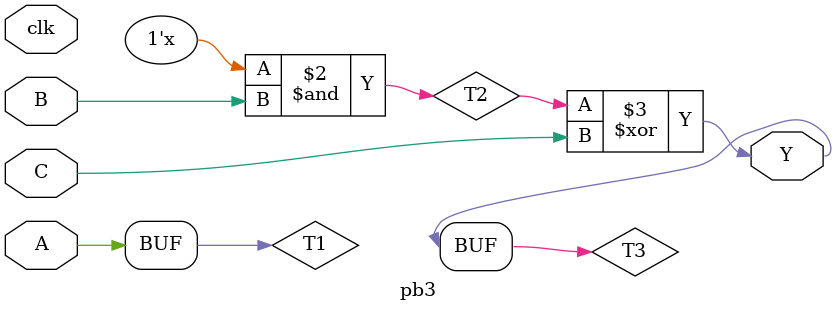
<source format=v>
module pb3(A,B,C,clk,Y);
input A, B, C, clk;
output reg Y;
reg T1, T2, T3;

always @(*) begin
	T1 <= A;
	T2 = T1 & B;
	T3 = T2 ^ C;
	Y <= T3;
end

endmodule

</source>
